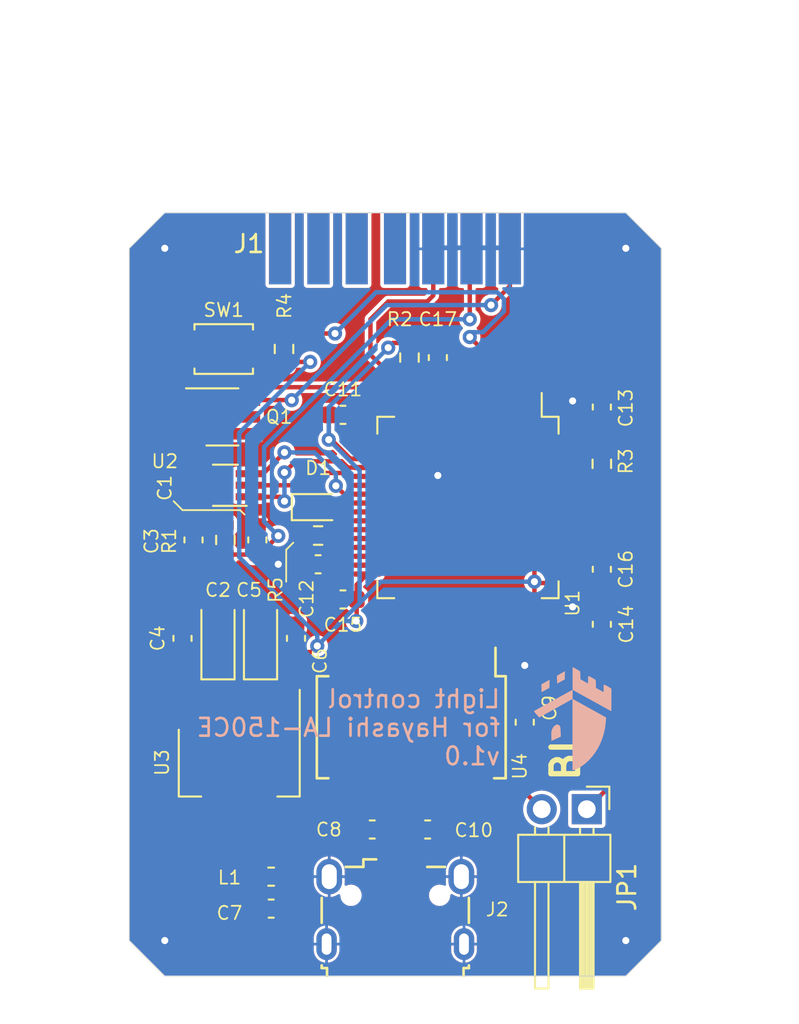
<source format=kicad_pcb>
(kicad_pcb (version 20201116) (generator pcbnew)
  (title_block (title "hayashi-light-control") (date "2020-12-10") (rev "1.0") (company "Ledger") (comment 1 "Licensed under LGPLv3"))
  (layers (0 "F.Cu" signal) (31 "B.Cu" signal) (34 "B.Paste" user) (35 "F.Paste" user) (36 "B.SilkS" user "B.Silkscreen") (37 "F.SilkS" user "F.Silkscreen") (38 "B.Mask" user) (39 "F.Mask" user) (44 "Edge.Cuts" user))
  (net 0 "")
  (net 1 "GND")
  (net 2 "/CON2")
  (net 3 "VBUS")
  (net 4 "+3V3")
  (net 5 "Net-(C7-Pad2)")
  (net 6 "Net-(C8-Pad1)")
  (net 7 "Net-(C12-Pad1)")
  (net 8 "Net-(C14-Pad1)")
  (net 9 "Net-(D1-Pad2)")
  (net 10 "Net-(J2-Pad4)")
  (net 11 "Net-(J2-Pad3)")
  (net 12 "Net-(J2-Pad2)")
  (net 13 "Net-(JP1-Pad1)")
  (net 14 "Net-(R4-Pad2)")
  (net 15 "Net-(R5-Pad1)")
  (net 16 "Net-(U1-Pad62)")
  (net 17 "Net-(U1-Pad61)")
  (net 18 "Net-(U1-Pad59)")
  (net 19 "Net-(U1-Pad58)")
  (net 20 "Net-(U1-Pad57)")
  (net 21 "Net-(U1-Pad56)")
  (net 22 "Net-(U1-Pad55)")
  (net 23 "Net-(U1-Pad54)")
  (net 24 "Net-(U1-Pad53)")
  (net 25 "Net-(U1-Pad52)")
  (net 26 "Net-(U1-Pad51)")
  (net 27 "Net-(U1-Pad50)")
  (net 28 "Net-(U1-Pad49)")
  (net 29 "Net-(U1-Pad46)")
  (net 30 "Net-(U1-Pad45)")
  (net 31 "Net-(U1-Pad44)")
  (net 32 "/TX")
  (net 33 "/TX_1")
  (net 34 "Net-(U1-Pad41)")
  (net 35 "Net-(U1-Pad40)")
  (net 36 "Net-(U1-Pad39)")
  (net 37 "Net-(U1-Pad38)")
  (net 38 "Net-(U1-Pad37)")
  (net 39 "Net-(U1-Pad36)")
  (net 40 "Net-(U1-Pad35)")
  (net 41 "Net-(U1-Pad34)")
  (net 42 "Net-(U1-Pad33)")
  (net 43 "Net-(U1-Pad30)")
  (net 44 "Net-(U1-Pad29)")
  (net 45 "Net-(U1-Pad28)")
  (net 46 "Net-(U1-Pad27)")
  (net 47 "Net-(U1-Pad25)")
  (net 48 "Net-(U1-Pad24)")
  (net 49 "/SPI_MOSI")
  (net 50 "/SPI_MISO")
  (net 51 "/SPI_SCK")
  (net 52 "/SPI_NSS")
  (net 53 "Net-(U1-Pad17)")
  (net 54 "Net-(U1-Pad16)")
  (net 55 "/LAMP_ON_OFF")
  (net 56 "/CON3")
  (net 57 "Net-(U1-Pad11)")
  (net 58 "Net-(U1-Pad10)")
  (net 59 "Net-(U1-Pad9)")
  (net 60 "Net-(U1-Pad8)")
  (net 61 "Net-(U1-Pad6)")
  (net 62 "Net-(U1-Pad5)")
  (net 63 "Net-(U1-Pad4)")
  (net 64 "Net-(U1-Pad3)")
  (net 65 "Net-(U1-Pad2)")
  (net 66 "Net-(U1-Pad1)")
  (net 67 "Net-(U4-Pad28)")
  (net 68 "Net-(U4-Pad27)")
  (net 69 "Net-(U4-Pad23)")
  (net 70 "Net-(U4-Pad22)")
  (net 71 "Net-(U4-Pad19)")
  (net 72 "Net-(U4-Pad14)")
  (net 73 "Net-(U4-Pad13)")
  (net 74 "Net-(U4-Pad12)")
  (net 75 "Net-(U4-Pad11)")
  (net 76 "Net-(U4-Pad10)")
  (net 77 "Net-(U4-Pad9)")
  (net 78 "Net-(U4-Pad6)")
  (net 79 "/RTS")
  (net 80 "/DTR")
  (net 81 "/CON1")
  (net 82 "Net-(R1-Pad2)")
  (net 83 "Net-(J1-Pad14)")
  (net 84 "Net-(J1-Pad13)")
  (net 85 "Net-(J1-Pad12)")
  (net 86 "Net-(J1-Pad11)")
  (net 87 "Net-(J1-Pad7)")
  (net 88 "Net-(J1-Pad6)")
  (net 89 "Net-(J1-Pad5)")
  (net 90 "Net-(J1-Pad4)")
  (footprint "Capacitor_SMD:C_0603_1608Metric" (layer "F.Cu") (at 109.647497 86.801865 180)
    (fp_text reference "C12")
    (fp_text value "2.2µ")
  )
  (footprint "Capacitor_Tantalum_SMD:CP_EIA-3216-10_Kemet-I" (layer "F.Cu") (at 104 90.975 90)
    (fp_text reference "C2")
    (fp_text value "10µ")
  )
  (footprint "Capacitor_SMD:C_0603_1608Metric" (layer "F.Cu") (at 116.4 75.157499 90)
    (fp_text reference "C17")
    (fp_text value "100n")
  )
  (footprint "Capacitor_Tantalum_SMD:CP_EIA-3216-10_Kemet-I" (layer "F.Cu") (at 106.4 90.975 90)
    (fp_text reference "C5")
    (fp_text value "10µ")
  )
  (footprint "Capacitor_SMD:C_0603_1608Metric" (layer "F.Cu") (at 121.3 95.7 -90)
    (fp_text reference "C9")
    (fp_text value "100n")
  )
  (footprint "Package_TO_SOT_SMD:SOT-363_SC-70-6_Handsoldering" (layer "F.Cu") (at 104.42 82.349999 180)
    (fp_text reference "U2")
    (fp_text value "AD5621B")
  )
  (footprint "Resistor_SMD:R_0603_1608Metric" (layer "F.Cu") (at 104.42 85.429999 90)
    (fp_text reference "R1")
    (fp_text value "R_Small")
  )
  (footprint "Package_TO_SOT_SMD:SOT-23-6_Handsoldering" (layer "F.Cu") (at 104.25 78.5)
    (fp_text reference "Q1")
    (fp_text value "STT6N3LLH6")
  )
  (footprint "Resistor_SMD:R_0603_1608Metric" (layer "F.Cu") (at 125.647497 81.142533 90)
    (fp_text reference "R3")
    (fp_text value "10k")
  )
  (footprint "Capacitor_SMD:C_0603_1608Metric" (layer "F.Cu") (at 115.825 101.742533 180)
    (fp_text reference "C10")
    (fp_text value "100n")
  )
  (footprint "Inductor_SMD:L_0603_1608Metric" (layer "F.Cu") (at 107 104.4)
    (fp_text reference "L1")
    (fp_text value "Ferrite_Bead_Small")
  )
  (footprint "Resistor_SMD:R_0603_1608Metric" (layer "F.Cu") (at 109.647497 85.182499 180)
    (fp_text reference "R5")
    (fp_text value "330")
  )
  (footprint "Resistor_SMD:R_0603_1608Metric" (layer "F.Cu") (at 107.725 74.675 90)
    (fp_text reference "R4")
    (fp_text value "10k")
  )
  (footprint "Capacitor_SMD:C_0603_1608Metric" (layer "F.Cu") (at 112.7 101.742533)
    (fp_text reference "C8")
    (fp_text value "100n")
  )
  (footprint "Capacitor_SMD:C_0603_1608Metric" (layer "F.Cu") (at 107 106.2 180)
    (fp_text reference "C7")
    (fp_text value "100n")
  )
  (footprint "mylib:Amphenol_5710140" (layer "F.Cu") (at 113.9825 67)
    (fp_text reference "J1")
    (fp_text value "Conn_02x07_Top_Bottom")
  )
  (footprint "Connector_PinHeader_2.54mm:PinHeader_1x02_P2.54mm_Horizontal" (layer "F.Cu") (at 124.8 100.6 -90)
    (fp_text reference "JP1")
    (fp_text value "Jumper_2_Open")
  )
  (footprint "Package_QFP:LQFP-64_10x10mm_P0.5mm" (layer "F.Cu") (at 118.097497 83.601865 -90)
    (fp_text reference "U1")
    (fp_text value "STM32F205RET6")
  )
  (footprint "Capacitor_SMD:C_0603_1608Metric" (layer "F.Cu") (at 111.047497 78.382499)
    (fp_text reference "C11")
    (fp_text value "100n")
  )
  (footprint "Button_Switch_SMD:SW_SPST_B3U-1000P" (layer "F.Cu") (at 104.325 74.675)
    (fp_text reference "SW1")
    (fp_text value "RESET")
  )
  (footprint "Connector_USB:USB_Micro-B_Wuerth_629105150521" (layer "F.Cu") (at 114 106.25)
    (fp_text reference "J2")
    (fp_text value "USB_B_Micro")
  )
  (footprint "Package_TO_SOT_SMD:SOT-223-3_TabPin2" (layer "F.Cu") (at 105.2 97.975 -90)
    (fp_text reference "U3")
    (fp_text value "LD1117S33TR_SOT223")
  )
  (footprint "Capacitor_SMD:C_0603_1608Metric" (layer "F.Cu") (at 102.62 85.429999 -90)
    (fp_text reference "C3")
    (fp_text value "100n")
  )
  (footprint "Capacitor_SMD:C_0603_1608Metric" (layer "F.Cu") (at 102 90.975 90)
    (fp_text reference "C4")
    (fp_text value "100n")
  )
  (footprint "Capacitor_SMD:C_0603_1608Metric" (layer "F.Cu") (at 125.647497 77.942533 -90)
    (fp_text reference "C13")
    (fp_text value "100n")
  )
  (footprint "Capacitor_SMD:C_0603_1608Metric" (layer "F.Cu") (at 111.047497 88.782499 180)
    (fp_text reference "C15")
    (fp_text value "100n")
  )
  (footprint "Package_SO:SSOP-28_5.3x10.2mm_P0.65mm" (layer "F.Cu") (at 114.9 95.982499 -90)
    (fp_text reference "U4")
    (fp_text value "FT232RL")
  )
  (footprint "Resistor_SMD:R_0603_1608Metric" (layer "F.Cu") (at 114.8 75.157499 -90)
    (fp_text reference "R2")
    (fp_text value "10K")
  )
  (footprint "Diode_SMD:D_0603_1608Metric" (layer "F.Cu") (at 109.647497 83.582499)
    (fp_text reference "D1")
    (fp_text value "Green")
  )
  (footprint "Capacitor_SMD:C_0603_1608Metric" (layer "F.Cu") (at 108.4 90.975 90)
    (fp_text reference "C6")
    (fp_text value "100n")
  )
  (footprint "Capacitor_SMD:C_0603_1608Metric" (layer "F.Cu") (at 125.647497 87.082499 90)
    (fp_text reference "C16")
    (fp_text value "100n")
  )
  (footprint "Capacitor_SMD:C_0603_1608Metric" (layer "F.Cu") (at 125.647497 90.182499 90)
    (fp_text reference "C14")
    (fp_text value "2.2µ")
  )
  (footprint "Capacitor_SMD:C_0603_1608Metric" (layer "F.Cu") (at 106.22 85.429999 90)
    (fp_text reference "C1")
    (fp_text value "2.2µ")
  )
  (footprint "mylib:donjon-2000" (layer "B.Cu") (at 124 95.5 180)
    (fp_text reference "LOGO1" hide)
    (fp_text value "DONJON LOGO" hide)
  )
  (gr_line (start 102 83.75) (end 105.25 83.75) (layer "F.SilkS") (width 0.1))
  (gr_line (start 107.847497 85.982499) (end 108.247497 85.582499) (layer "F.SilkS") (width 0.1))
  (gr_line (start 105.25 83.75) (end 105.5 84) (layer "F.SilkS") (width 0.1))
  (gr_line (start 107.847497 87.782499) (end 107.847497 85.982499) (layer "F.SilkS") (width 0.1))
  (gr_line (start 101.5 83.25) (end 102 83.75) (layer "F.SilkS") (width 0.1))
  (gr_line (start 101 67) (end 127 67) (layer "Edge.Cuts") (width 0.05))
  (gr_line (start 99 108) (end 101 110) (layer "Edge.Cuts") (width 0.05))
  (gr_line (start 129 69) (end 129 108) (layer "Edge.Cuts") (width 0.05))
  (gr_line (start 101 67) (end 99 69) (layer "Edge.Cuts") (width 0.05))
  (gr_line (start 127 67) (end 129 69) (layer "Edge.Cuts") (width 0.05))
  (gr_line (start 129 108) (end 127 110) (layer "Edge.Cuts") (width 0.05))
  (gr_line (start 127 110) (end 101 110) (layer "Edge.Cuts") (width 0.05))
  (gr_line (start 99 69) (end 99 108) (layer "Edge.Cuts") (width 0.05))
  (gr_text "Light control\nfor Hayashi LA-150CE\nv1.0" (at 120 96) (layer "B.SilkS") (effects (font (size 1 1)) (justify left mirror)))
  (gr_text "BL" (at 123.6 97.6 90) (layer "F.SilkS") (effects (font (size 1.5 1.5) (thickness 0.3))))
  (segment (start 116.347497 77.052503) (end 116.692491 76.707509) (width 0.25) (layer "F.Cu") (net 1))
  (segment (start 105.869998 84.654999) (end 106.22 84.654999) (width 0.25) (layer "F.Cu") (net 1))
  (segment (start 106.4 89.625) (end 107.825 89.625) (width 0.25) (layer "F.Cu") (net 1))
  (segment (start 103.09 82.349999) (end 103.975002 82.349999) (width 0.25) (layer "F.Cu") (net 1))
  (segment (start 117.175 99.582499) (end 117.175 101.167533) (width 0.25) (layer "F.Cu") (net 1))
  (segment (start 106.4 89.625) (end 104 89.625) (width 0.25) (layer "F.Cu") (net 1))
  (segment (start 125.647497 80.317533) (end 125.613165 80.351865) (width 0.25) (layer "F.Cu") (net 1))
  (segment (start 107.967497 84.474999) (end 106.4 84.474999) (width 0.25) (layer "F.Cu") (net 1))
  (segment (start 116.877824 76.707509) (end 117.2 76.385333) (width 0.25) (layer "F.Cu") (net 1))
  (segment (start 112.625 99.582499) (end 112.70001 99.657509) (width 0.25) (layer "F.Cu") (net 1))
  (segment (start 104.22 82.594997) (end 104.22 83.005001) (width 0.25) (layer "F.Cu") (net 1))
  (segment (start 116.347497 77.926865) (end 116.347497 77.052503) (width 0.25) (layer "F.Cu") (net 1))
  (segment (start 108.859997 83.582499) (end 107.967497 84.474999) (width 0.25) (layer "F.Cu") (net 1))
  (segment (start 112.70001 100.967543) (end 113.475 101.742533) (width 0.25) (layer "F.Cu") (net 1))
  (segment (start 117.20001 76.385323) (end 117.20001 75.182509) (width 0.25) (layer "F.Cu") (net 1))
  (segment (start 125.647497 78.717533) (end 125.647497 80.317533) (width 0.25) (layer "F.Cu") (net 1))
  (segment (start 106.4 84.474999) (end 106.22 84.654999) (width 0.25) (layer "F.Cu") (net 1))
  (segment (start 116.692491 76.707509) (end 116.877824 76.707509) (width 0.25) (layer "F.Cu") (net 1))
  (segment (start 104.22 83.005001) (end 105.869998 84.654999) (width 0.25) (layer "F.Cu") (net 1))
  (segment (start 102.575 89.625) (end 102 90.2) (width 0.25) (layer "F.Cu") (net 1))
  (segment (start 117.175 101.167533) (end 116.6 101.742533) (width 0.25) (layer "F.Cu") (net 1))
  (segment (start 108.822497 83.619999) (end 108.859997 83.582499) (width 0.25) (layer "F.Cu") (net 1))
  (segment (start 125.613165 80.351865) (end 123.772497 80.351865) (width 0.25) (layer "F.Cu") (net 1))
  (segment (start 105.6 79.45) (end 105.025 79.45) (width 0.25) (layer "F.Cu") (net 1))
  (segment (start 117.2 76.385333) (end 117.20001 76.385323) (width 0.25) (layer "F.Cu") (net 1))
  (segment (start 107.825 89.625) (end 108.4 90.2) (width 0.25) (layer "F.Cu") (net 1))
  (segment (start 117.20001 75.182509) (end 116.4 74.382499) (width 0.25) (layer "F.Cu") (net 1))
  (segment (start 112.70001 99.657509) (end 112.70001 100.967543) (width 0.25) (layer "F.Cu") (net 1))
  (segment (start 103.975002 82.349999) (end 104.22 82.594997) (width 0.25) (layer "F.Cu") (net 1))
  (segment (start 108.4 90.375) (end 108.4 90.2) (width 0.25) (layer "F.Cu") (net 1))
  (segment (start 104 89.625) (end 102.575 89.625) (width 0.25) (layer "F.Cu") (net 1))
  (via (at 124 89.2) (size 0.8) (drill 0.4) (layers "F.Cu" "B.Cu") (net 1))
  (via (at 124 77.6) (size 0.8) (drill 0.4) (layers "F.Cu" "B.Cu") (net 1))
  (via (at 116.4 81.8) (size 0.8) (drill 0.4) (layers "F.Cu" "B.Cu") (net 1))
  (via (at 101 69) (size 0.8) (drill 0.4) (layers "F.Cu" "B.Cu") (net 1))
  (via (at 127 69) (size 0.8) (drill 0.4) (layers "F.Cu" "B.Cu") (net 1))
  (via (at 101 108) (size 0.8) (drill 0.4) (layers "F.Cu" "B.Cu") (net 1))
  (via (at 127 108) (size 0.8) (drill 0.4) (layers "F.Cu" "B.Cu") (net 1))
  (via (at 121.3 92.5) (size 0.8) (drill 0.4) (layers "F.Cu" "B.Cu") (net 1))
  (via (at 107.4 86.8) (size 0.8) (drill 0.4) (layers "F.Cu" "B.Cu") (net 1))
  (segment (start 116.1415 68.961) (end 118.3005 68.961) (width 0.25) (layer "B.Cu") (net 1))
  (segment (start 118.3005 68.961) (end 120.4595 68.961) (width 0.25) (layer "B.Cu") (net 1))
  (segment (start 106.17 86.254999) (end 106.22 86.204999) (width 0.25) (layer "F.Cu") (net 2))
  (segment (start 118.2 73) (end 118.2 69.0615) (width 0.25) (layer "F.Cu") (net 2))
  (segment (start 104.42 86.254999) (end 106.17 86.254999) (width 0.25) (layer "F.Cu") (net 2))
  (segment (start 106.395001 86.204999) (end 107.4 85.2) (width 0.25) (layer "F.Cu") (net 2))
  (segment (start 118.2 69.0615) (end 118.3005 68.961) (width 0.25) (layer "F.Cu") (net 2))
  (segment (start 106.22 86.204999) (end 106.395001 86.204999) (width 0.25) (layer "F.Cu") (net 2))
  (via (at 118.2 73) (size 0.8) (drill 0.4) (layers "F.Cu" "B.Cu") (net 2))
  (via (at 107.4 85.2) (size 0.8) (drill 0.4) (layers "F.Cu" "B.Cu") (net 2))
  (segment (start 107.4 85.2) (end 106.6 84.4) (width 0.25) (layer "B.Cu") (net 2))
  (segment (start 106.6 80.2) (end 113.8 73) (width 0.25) (layer "B.Cu") (net 2))
  (segment (start 106.6 84.4) (end 106.6 80.2) (width 0.25) (layer "B.Cu") (net 2))
  (segment (start 113.8 73) (end 118.2 73) (width 0.25) (layer "B.Cu") (net 2))
  (segment (start 104 92.325) (end 103.85 92.325) (width 0.25) (layer "F.Cu") (net 3))
  (segment (start 102.575 92.325) (end 102 91.75) (width 0.25) (layer "F.Cu") (net 3))
  (segment (start 102.204998 81.699999) (end 103.09 81.699999) (width 0.25) (layer "F.Cu") (net 3))
  (segment (start 102.014999 84.049998) (end 102.014999 81.889998) (width 0.25) (layer "F.Cu") (net 3))
  (segment (start 102.8 103.2) (end 102 102.4) (width 0.25) (layer "F.Cu") (net 3))
  (segment (start 102 91.75) (end 101.19999 90.94999) (width 0.25) (layer "F.Cu") (net 3))
  (segment (start 101.19999 90.94999) (end 101.19999 86.075009) (width 0.25) (layer "F.Cu") (net 3))
  (segment (start 103.85 92.325) (end 102.9 93.275) (width 0.25) (layer "F.Cu") (net 3))
  (segment (start 102.014999 81.889998) (end 102.204998 81.699999) (width 0.25) (layer "F.Cu") (net 3))
  (segment (start 107.7875 104.4) (end 106.5875 103.2) (width 0.25) (layer "F.Cu") (net 3))
  (segment (start 102.62 84.654999) (end 102.014999 84.049998) (width 0.25) (layer "F.Cu") (net 3))
  (segment (start 102 95.725) (end 102.9 94.825) (width 0.25) (layer "F.Cu") (net 3))
  (segment (start 106.5875 103.2) (end 102.8 103.2) (width 0.25) (layer "F.Cu") (net 3))
  (segment (start 102.9 93.275) (end 102.9 94.825) (width 0.25) (layer "F.Cu") (net 3))
  (segment (start 102 102.4) (end 102 95.725) (width 0.25) (layer "F.Cu") (net 3))
  (segment (start 101.19999 86.075009) (end 102.62 84.654999) (width 0.25) (layer "F.Cu") (net 3))
  (segment (start 104 92.325) (end 102.575 92.325) (width 0.25) (layer "F.Cu") (net 3))
  (segment (start 107.825 75.4) (end 107.725 75.5) (width 0.25) (layer "F.Cu") (net 4))
  (segment (start 111.822497 89.977503) (end 111.8 90) (width 0.25) (layer "F.Cu") (net 4))
  (segment (start 116.717501 94.782499) (end 116.2 95.3) (width 0.25) (layer "F.Cu") (net 4))
  (segment (start 114.3 97.2) (end 113.5 97.2) (width 0.25) (layer "F.Cu") (net 4))
  (segment (start 123.772497 79.339699) (end 125.647497 77.464699) (width 0.25) (layer "F.Cu") (net 4))
  (segment (start 111.822497 88.782499) (end 111.822497 87.951865) (width 0.25) (layer "F.Cu") (net 4))
  (segment (start 106.4 92.325) (end 105.6 93.125) (width 0.25) (layer "F.Cu") (net 4))
  (segment (start 106.4 92.325) (end 107.825 92.325) (width 0.25) (layer "F.Cu") (net 4))
  (segment (start 113.867501 74.332499) (end 113.6 74.6) (width 0.25) (layer "F.Cu") (net 4))
  (segment (start 109.25 91.75) (end 109.6 91.4) (width 0.25) (layer "F.Cu") (net 4))
  (segment (start 107.825 92.325) (end 108.4 91.75) (width 0.25) (layer "F.Cu") (net 4))
  (segment (start 121.3 96.475) (end 115.025 96.475) (width 0.25) (layer "F.Cu") (net 4))
  (segment (start 105.2 94.825) (end 105.2 97.8) (width 0.25) (layer "F.Cu") (net 4))
  (segment (start 117.175 94.325) (end 117.175 92.382499) (width 0.25) (layer "F.Cu") (net 4))
  (segment (start 113.925 99.582499) (end 113.925 97.575) (width 0.25) (layer "F.Cu") (net 4))
  (segment (start 105.2 97.8) (end 105.2 101.125) (width 0.25) (layer "F.Cu") (net 4))
  (segment (start 111.822497 88.782499) (end 111.822497 89.977503) (width 0.25) (layer "F.Cu") (net 4))
  (segment (start 110.247497 79.782499) (end 110.393319 79.782499) (width 0.25) (layer "F.Cu") (net 4))
  (segment (start 115.025 96.475) (end 114.95 96.55) (width 0.25) (layer "F.Cu") (net 4))
  (segment (start 116.2 95.3) (end 117.175 94.325) (width 0.25) (layer "F.Cu") (net 4))
  (segment (start 122.348135 79.851865) (end 121.847497 80.352503) (width 0.25) (layer "F.Cu") (net 4))
  (segment (start 110.247497 79.782499) (end 110.247497 78.407499) (width 0.25) (layer "F.Cu") (net 4))
  (segment (start 121.847497 80.352503) (end 121.847497 87.782499) (width 0.25) (layer "F.Cu") (net 4))
  (segment (start 125.647497 77.464699) (end 125.647497 77.167533) (width 0.25) (layer "F.Cu") (net 4))
  (segment (start 113.925 97.575) (end 113.55 97.2) (width 0.25) (layer "F.Cu") (net 4))
  (segment (start 110.247497 78.407499) (end 110.272497 78.382499) (width 0.25) (layer "F.Cu") (net 4))
  (segment (start 113.5 97.2) (end 105.8 97.2) (width 0.25) (layer "F.Cu") (net 4))
  (segment (start 115.847497 76.510002) (end 116.4 75.957499) (width 0.25) (layer "F.Cu") (net 4))
  (segment (start 114.95 96.55) (end 116.2 95.3) (width 0.25) (layer "F.Cu") (net 4))
  (segment (start 116.4 75.932499) (end 114.8 74.332499) (width 0.25) (layer "F.Cu") (net 4))
  (segment (start 108.4 91.75) (end 109.25 91.75) (width 0.25) (layer "F.Cu") (net 4))
  (segment (start 121.922497 87.857499) (end 121.847497 87.782499) (width 0.25) (layer "F.Cu") (net 4))
  (segment (start 105.6 94.425) (end 105.2 94.825) (width 0.25) (layer "F.Cu") (net 4))
  (segment (start 116.4 75.957499) (end 116.4 75.932499) (width 0.25) (layer "F.Cu") (net 4))
  (segment (start 107.725 75.5) (end 107.75 75.5) (width 0.25) (layer "F.Cu") (net 4))
  (segment (start 113.925 100.617533) (end 113.925 99.582499) (width 0.25) (layer "F.Cu") (net 4))
  (segment (start 114.8 74.332499) (end 113.867501 74.332499) (width 0.25) (layer "F.Cu") (net 4))
  (segment (start 111.462685 80.851865) (end 112.422497 80.851865) (width 0.25) (layer "F.Cu") (net 4))
  (segment (start 114.3 97.2) (end 114.95 96.55) (width 0.25) (layer "F.Cu") (net 4))
  (segment (start 109.2 75.4) (end 107.825 75.4) (width 0.25) (layer "F.Cu") (net 4))
  (segment (start 123.772497 79.851865) (end 123.772497 79.339699) (width 0.25) (layer "F.Cu") (net 4))
  (segment (start 123.772497 79.851865) (end 122.348135 79.851865) (width 0.25) (layer "F.Cu") (net 4))
  (segment (start 113.55 97.2) (end 113.5 97.2) (width 0.25) (layer "F.Cu") (net 4))
  (segment (start 125.647497 87.857499) (end 121.922497 87.857499) (width 0.25) (layer "F.Cu") (net 4))
  (segment (start 115.847497 77.926865) (end 115.847497 76.510002) (width 0.25) (layer "F.Cu") (net 4))
  (segment (start 105.2 94.825) (end 105.2 95.775) (width 0.25) (layer "F.Cu") (net 4))
  (segment (start 121.847497 89.276865) (end 121.847497 87.782499) (width 0.25) (layer "F.Cu") (net 4))
  (segment (start 105.8 97.2) (end 105.2 97.8) (width 0.25) (layer "F.Cu") (net 4))
  (segment (start 121.3 99.64) (end 121.3 96.475) (width 0.25) (layer "F.Cu") (net 4))
  (segment (start 115.05 101.742533) (end 113.925 100.617533) (width 0.25) (layer "F.Cu") (net 4))
  (segment (start 109.1 75.5) (end 109.2 75.4) (width 0.25) (layer "F.Cu") (net 4))
  (segment (start 111.822497 87.951865) (end 112.422497 87.351865) (width 0.25) (layer "F.Cu") (net 4))
  (segment (start 110.393319 79.782499) (end 111.462685 80.851865) (width 0.25) (layer "F.Cu") (net 4))
  (segment (start 105.6 93.125) (end 105.6 94.425) (width 0.25) (layer "F.Cu") (net 4))
  (segment (start 122.26 100.6) (end 121.3 99.64) (width 0.25) (layer "F.Cu") (net 4))
  (via (at 113.6 74.6) (size 0.8) (drill 0.4) (layers "F.Cu" "B.Cu") (net 4))
  (via (at 110.247497 79.782499) (size 0.8) (drill 0.4) (layers "F.Cu" "B.Cu") (net 4))
  (via (at 109.6 91.4) (size 0.8) (drill 0.4) (layers "F.Cu" "B.Cu") (net 4))
  (via (at 111.8 90) (size 0.8) (drill 0.4) (layers "F.Cu" "B.Cu") (net 4))
  (via (at 121.847497 87.782499) (size 0.8) (drill 0.4) (layers "F.Cu" "B.Cu") (net 4))
  (via (at 109.2 75.4) (size 0.8) (drill 0.4) (layers "F.Cu" "B.Cu") (net 4))
  (segment (start 121.847497 87.782499) (end 113.192501 87.782499) (width 0.25) (layer "B.Cu") (net 4))
  (segment (start 109.6 90.8) (end 105.2 86.4) (width 0.25) (layer "B.Cu") (net 4))
  (segment (start 109.6 91.4) (end 110.7875 90.2125) (width 0.25) (layer "B.Cu") (net 4))
  (segment (start 110.247497 79.782499) (end 111.9875 81.522502) (width 0.25) (layer "B.Cu") (net 4))
  (segment (start 110.7875 90.2125) (end 110.7875 90.1875) (width 0.25) (layer "B.Cu") (net 4))
  (segment (start 111.8 90) (end 110.975 90) (width 0.25) (layer "B.Cu") (net 4))
  (segment (start 105.2 79.4) (end 105.2 86.4) (width 0.25) (layer "B.Cu") (net 4))
  (segment (start 113.782499 74.782499) (end 113.6 74.6) (width 0.25) (layer "B.Cu") (net 4))
  (segment (start 113.192501 87.782499) (end 111.9875 88.9875) (width 0.25) (layer "B.Cu") (net 4))
  (segment (start 110.247497 79.782499) (end 110.247497 77.952503) (width 0.25) (layer "B.Cu") (net 4))
  (segment (start 121.847497 87.782499) (end 121.8 87.735002) (width 0.25) (layer "B.Cu") (net 4))
  (segment (start 110.247497 77.952503) (end 113.6 74.6) (width 0.25) (layer "B.Cu") (net 4))
  (segment (start 109.2 75.4) (end 105.2 79.4) (width 0.25) (layer "B.Cu") (net 4))
  (segment (start 110.975 90) (end 110.7875 90.1875) (width 0.25) (layer "B.Cu") (net 4))
  (segment (start 111.9875 88.9875) (end 110.7875 90.1875) (width 0.25) (layer "B.Cu") (net 4))
  (segment (start 111.9875 81.522502) (end 111.9875 88.9875) (width 0.25) (layer "B.Cu") (net 4))
  (segment (start 109.6 91.4) (end 109.6 90.8) (width 0.25) (layer "B.Cu") (net 4))
  (segment (start 106.2125 106.1875) (end 106.225 106.2) (width 0.25) (layer "F.Cu") (net 5))
  (segment (start 106.2125 104.4) (end 106.2125 106.1875) (width 0.25) (layer "F.Cu") (net 5))
  (segment (start 111.848001 106.175001) (end 112.7 105.323002) (width 0.25) (layer "F.Cu") (net 5))
  (segment (start 106.225 106.2) (end 107.02501 107.00001) (width 0.25) (layer "F.Cu") (net 5))
  (segment (start 112.7 105.323002) (end 112.7 104.35) (width 0.25) (layer "F.Cu") (net 5))
  (segment (start 109.59999 107.00001) (end 110.424999 106.175001) (width 0.25) (layer "F.Cu") (net 5))
  (segment (start 107.02501 107.00001) (end 109.59999 107.00001) (width 0.25) (layer "F.Cu") (net 5))
  (segment (start 110.424999 106.175001) (end 111.848001 106.175001) (width 0.25) (layer "F.Cu") (net 5))
  (segment (start 111.925 101.742533) (end 111.925 99.632499) (width 0.25) (layer "F.Cu") (net 6))
  (segment (start 111.925 99.632499) (end 111.975 99.582499) (width 0.25) (layer "F.Cu") (net 6))
  (segment (start 110.472497 86.851865) (end 110.422497 86.801865) (width 0.25) (layer "F.Cu") (net 7))
  (segment (start 112.422497 86.851865) (end 110.472497 86.851865) (width 0.25) (layer "F.Cu") (net 7))
  (segment (start 121.347497 89.276865) (end 121.347497 90.117567) (width 0.25) (layer "F.Cu") (net 8))
  (segment (start 125.066873 90.376875) (end 125.647497 90.957499) (width 0.25) (layer "F.Cu") (net 8))
  (segment (start 121.606805 90.376875) (end 125.066873 90.376875) (width 0.25) (layer "F.Cu") (net 8))
  (segment (start 121.347497 90.117567) (end 121.606805 90.376875) (width 0.25) (layer "F.Cu") (net 8))
  (segment (start 108.822497 85.182499) (end 108.834997 85.182499) (width 0.25) (layer "F.Cu") (net 9))
  (segment (start 108.834997 85.182499) (end 110.434997 83.582499) (width 0.25) (layer "F.Cu") (net 9))
  (segment (start 110.675 101.745367) (end 111.529633 102.6) (width 0.25) (layer "F.Cu") (net 11))
  (segment (start 113.26 102.6) (end 114 103.34) (width 0.25) (layer "F.Cu") (net 11))
  (segment (start 110.675 99.582499) (end 110.675 101.745367) (width 0.25) (layer "F.Cu") (net 11))
  (segment (start 114 103.34) (end 114 104.35) (width 0.25) (layer "F.Cu") (net 11))
  (segment (start 111.529633 102.6) (end 113.26 102.6) (width 0.25) (layer "F.Cu") (net 11))
  (segment (start 111.325 98.425) (end 111.325 99.582499) (width 0.25) (layer "F.Cu") (net 12))
  (segment (start 112.860012 103.05001) (end 111.343233 103.05001) (width 0.25) (layer "F.Cu") (net 12))
  (segment (start 111.343233 103.05001) (end 110 101.706777) (width 0.25) (layer "F.Cu") (net 12))
  (segment (start 113.35 104.35) (end 113.35 103.539998) (width 0.25) (layer "F.Cu") (net 12))
  (segment (start 111.1 98.2) (end 111.325 98.425) (width 0.25) (layer "F.Cu") (net 12))
  (segment (start 110 101.706777) (end 110 98.5) (width 0.25) (layer "F.Cu") (net 12))
  (segment (start 110.3 98.2) (end 111.1 98.2) (width 0.25) (layer "F.Cu") (net 12))
  (segment (start 110 98.5) (end 110.3 98.2) (width 0.25) (layer "F.Cu") (net 12))
  (segment (start 113.35 103.539998) (end 112.860012 103.05001) (width 0.25) (layer "F.Cu") (net 12))
  (segment (start 125.531829 81.851865) (end 123.772497 81.851865) (width 0.25) (layer "F.Cu") (net 13))
  (segment (start 125.647497 81.967533) (end 125.531829 81.851865) (width 0.25) (layer "F.Cu") (net 13))
  (segment (start 127.3 83.620036) (end 125.647497 81.967533) (width 0.25) (layer "F.Cu") (net 13))
  (segment (start 124.8 100.6) (end 127.3 98.1) (width 0.25) (layer "F.Cu") (net 13))
  (segment (start 127.3 98.1) (end 127.3 83.620036) (width 0.25) (layer "F.Cu") (net 13))
  (segment (start 106.025 74.675) (end 106.025 74.175) (width 0.25) (layer "F.Cu") (net 14))
  (segment (start 107.775 73.8) (end 107.725 73.85) (width 0.25) (layer "F.Cu") (net 14))
  (segment (start 106.025 74.175) (end 106.325 73.875) (width 0.25) (layer "F.Cu") (net 14))
  (segment (start 118.847497 77.926865) (end 118.847497 74.647497) (width 0.25) (layer "F.Cu") (net 14))
  (segment (start 118.847497 74.647497) (end 118.2 74) (width 0.25) (layer "F.Cu") (net 14))
  (segment (start 107.7 73.875) (end 107.725 73.85) (width 0.25) (layer "F.Cu") (net 14))
  (segment (start 106.325 73.875) (end 107.7 73.875) (width 0.25) (layer "F.Cu") (net 14))
  (segment (start 110.6 73.8) (end 107.775 73.8) (width 0.25) (layer "F.Cu") (net 14))
  (via (at 118.2 74) (size 0.8) (drill 0.4) (layers "F.Cu" "B.Cu") (net 14))
  (via (at 110.6 73.8) (size 0.8) (drill 0.4) (layers "F.Cu" "B.Cu") (net 14))
  (segment (start 120.125001 71.851999) (end 119.748001 71.474999) (width 0.25) (layer "B.Cu") (net 14))
  (segment (start 120.125001 72.548001) (end 120.125001 71.851999) (width 0.25) (layer "B.Cu") (net 14))
  (segment (start 112.925001 71.474999) (end 110.6 73.8) (width 0.25) (layer "B.Cu") (net 14))
  (segment (start 118.948001 73.725001) (end 120.125001 72.548001) (width 0.25) (layer "B.Cu") (net 14))
  (segment (start 118.2 74) (end 118.2 73.8) (width 0.25) (layer "B.Cu") (net 14))
  (segment (start 118.2 73.8) (end 118.274999 73.725001) (width 0.25) (layer "B.Cu") (net 14))
  (segment (start 119.748001 71.474999) (end 112.925001 71.474999) (width 0.25) (layer "B.Cu") (net 14))
  (segment (start 118.274999 73.725001) (end 118.948001 73.725001) (width 0.25) (layer "B.Cu") (net 14))
  (segment (start 112.422497 84.351865) (end 111.303131 84.351865) (width 0.25) (layer "F.Cu") (net 15))
  (segment (start 111.303131 84.351865) (end 110.472497 85.182499) (width 0.25) (layer "F.Cu") (net 15))
  (segment (start 119.347497 90.552503) (end 119.347497 89.276865) (width 0.25) (layer "F.Cu") (net 32))
  (segment (start 119.125 90.775) (end 119.347497 90.552503) (width 0.25) (layer "F.Cu") (net 32))
  (segment (start 119.125 92.382499) (end 119.125 90.775) (width 0.25) (layer "F.Cu") (net 32))
  (segment (start 117.965062 91) (end 118.847497 90.117565) (width 0.25) (layer "F.Cu") (net 33))
  (segment (start 116.525 92.382499) (end 116.525 91.472865) (width 0.25) (layer "F.Cu") (net 33))
  (segment (start 116.525 91.472865) (end 116.997865 91) (width 0.25) (layer "F.Cu") (net 33))
  (segment (start 118.847497 90.117565) (end 118.847497 89.276865) (width 0.25) (layer "F.Cu") (net 33))
  (segment (start 116.997865 91) (end 117.965062 91) (width 0.25) (layer "F.Cu") (net 33))
  (segment (start 111.116863 82.851865) (end 110.647497 82.382499) (width 0.25) (layer "F.Cu") (net 49))
  (segment (start 112.422497 82.851865) (end 111.116863 82.851865) (width 0.25) (layer "F.Cu") (net 49))
  (segment (start 105.75 81.699999) (end 106.550001 81.699999) (width 0.25) (layer "F.Cu") (net 49))
  (segment (start 106.550001 81.699999) (end 107.75 80.5) (width 0.25) (layer "F.Cu") (net 49))
  (via (at 110.647497 82.382499) (size 0.8) (drill 0.4) (layers "F.Cu" "B.Cu") (net 49))
  (via (at 107.75 80.5) (size 0.8) (drill 0.4) (layers "F.Cu" "B.Cu") (net 49))
  (segment (start 109.438 80.5) (end 107.75 80.5) (width 0.25) (layer "B.Cu") (net 49))
  (segment (start 110.647497 82.382499) (end 110.647497 81.709497) (width 0.25) (layer "B.Cu") (net 49))
  (segment (start 110.647497 81.709497) (end 109.438 80.5) (width 0.25) (layer "B.Cu") (net 49))
  (segment (start 108.922496 81.657498) (end 108.229995 82.349999) (width 0.25) (layer "F.Cu") (net 51))
  (segment (start 108.229995 82.349999) (end 105.75 82.349999) (width 0.25) (layer "F.Cu") (net 51))
  (segment (start 110.995498 81.657498) (end 108.922496 81.657498) (width 0.25) (layer "F.Cu") (net 51))
  (segment (start 112.422497 81.851865) (end 111.189865 81.851865) (width 0.25) (layer "F.Cu") (net 51))
  (segment (start 111.189865 81.851865) (end 110.995498 81.657498) (width 0.25) (layer "F.Cu") (net 51))
  (segment (start 107.499999 82.999999) (end 107.75 83.25) (width 0.25) (layer "F.Cu") (net 52))
  (segment (start 112.422497 81.351865) (end 111.326275 81.351865) (width 0.25) (layer "F.Cu") (net 52))
  (segment (start 111.326275 81.351865) (end 110.97441 81) (width 0.25) (layer "F.Cu") (net 52))
  (segment (start 105.75 82.999999) (end 107.499999 82.999999) (width 0.25) (layer "F.Cu") (net 52))
  (segment (start 110.97441 81) (end 108.374999 81) (width 0.25) (layer "F.Cu") (net 52))
  (segment (start 108.374999 81) (end 107.75 81.624999) (width 0.25) (layer "F.Cu") (net 52))
  (via (at 107.75 81.624999) (size 0.8) (drill 0.4) (layers "F.Cu" "B.Cu") (net 52))
  (via (at 107.75 83.25) (size 0.8) (drill 0.4) (layers "F.Cu" "B.Cu") (net 52))
  (segment (start 107.75 81.624999) (end 107.75 83.25) (width 0.25) (layer "B.Cu") (net 52))
  (segment (start 109.913147 76.826855) (end 101.933143 76.826855) (width 0.25) (layer "F.Cu") (net 55))
  (segment (start 101.6 78.890002) (end 102.159998 79.45) (width 0.25) (layer "F.Cu") (net 55))
  (segment (start 101.6 77.159998) (end 101.6 78.890002) (width 0.25) (layer "F.Cu") (net 55))
  (segment (start 101.933143 76.826855) (end 101.6 77.159998) (width 0.25) (layer "F.Cu") (net 55))
  (segment (start 114.847497 77.086163) (end 114.588189 76.826855) (width 0.25) (layer "F.Cu") (net 55))
  (segment (start 102.159998 79.45) (end 102.9 79.45) (width 0.25) (layer "F.Cu") (net 55))
  (segment (start 114.588189 76.826855) (end 109.913147 76.826855) (width 0.25) (layer "F.Cu") (net 55))
  (segment (start 114.847497 77.926865) (end 114.847497 77.086163) (width 0.25) (layer "F.Cu") (net 55))
  (segment (start 113.6 72) (end 115.8 72) (width 0.25) (layer "F.Cu") (net 56))
  (segment (start 114.8 75.982499) (end 115.347497 76.529996) (width 0.25) (layer "F.Cu") (net 56))
  (segment (start 112.6 73) (end 113.6 72) (width 0.25) (layer "F.Cu") (net 56))
  (segment (start 114.8 75.982499) (end 113.582499 75.982499) (width 0.25) (layer "F.Cu") (net 56))
  (segment (start 115.347497 76.529996) (end 115.347497 77.926865) (width 0.25) (layer "F.Cu") (net 56))
  (segment (start 113.582499 75.982499) (end 112.6 75) (width 0.25) (layer "F.Cu") (net 56))
  (segment (start 116.1415 71.6585) (end 116.1415 68.961) (width 0.25) (layer "F.Cu") (net 56))
  (segment (start 115.8 72) (end 116.1415 71.6585) (width 0.25) (layer "F.Cu") (net 56))
  (segment (start 112.6 75) (end 112.6 73) (width 0.25) (layer "F.Cu") (net 56))
  (segment (start 120.4595 71.1405) (end 120.4595 68.961) (width 0.25) (layer "F.Cu") (net 81))
  (segment (start 105.6 77.55) (end 108.25 77.55) (width 0.25) (layer "F.Cu") (net 81))
  (segment (start 119.4 72.2) (end 120.4595 71.1405) (width 0.25) (layer "F.Cu") (net 81))
  (segment (start 102.9 78.5) (end 102.9 77.55) (width 0.25) (layer "F.Cu") (net 81))
  (segment (start 105.6 77.55) (end 102.9 77.55) (width 0.25) (layer "F.Cu") (net 81))
  (segment (start 105.6 78.5) (end 105.6 77.55) (width 0.25) (layer "F.Cu") (net 81))
  (via (at 108.157348 77.557348) (size 0.8) (drill 0.4) (layers "F.Cu" "B.Cu") (net 81))
  (via (at 119.4 72.2) (size 0.8) (drill 0.4) (layers "F.Cu" "B.Cu") (net 81))
  (segment (start 113.514696 72.2) (end 108.157348 77.557348) (width 0.25) (layer "B.Cu") (net 81))
  (segment (start 114.4 72.2) (end 117.2 72.2) (width 0.25) (layer "B.Cu") (net 81))
  (segment (start 114.4 72.2) (end 113.514696 72.2) (width 0.25) (layer "B.Cu") (net 81))
  (segment (start 117.2 72.2) (end 119.4 72.2) (width 0.25) (layer "B.Cu") (net 81))
  (segment (start 103.09 83.274999) (end 104.42 84.604999) (width 0.25) (layer "F.Cu") (net 82))
  (segment (start 103.09 82.999999) (end 103.09 83.274999) (width 0.25) (layer "F.Cu") (net 82))
  (zone (net 1) (net_name "GND") (layers F&B.Cu) (connect_pads (clearance 0.15)) (min_thickness 0.15) (fill yes (thermal_gap 0.15) (thermal_bridge_width 0.15))
    (polygon (pts (xy 129 69) (xy 129 108) (xy 127 110) (xy 101 110) (xy 99 108) (xy 99 69) (xy 101 67) (xy 127 67)))
  )
)
</source>
